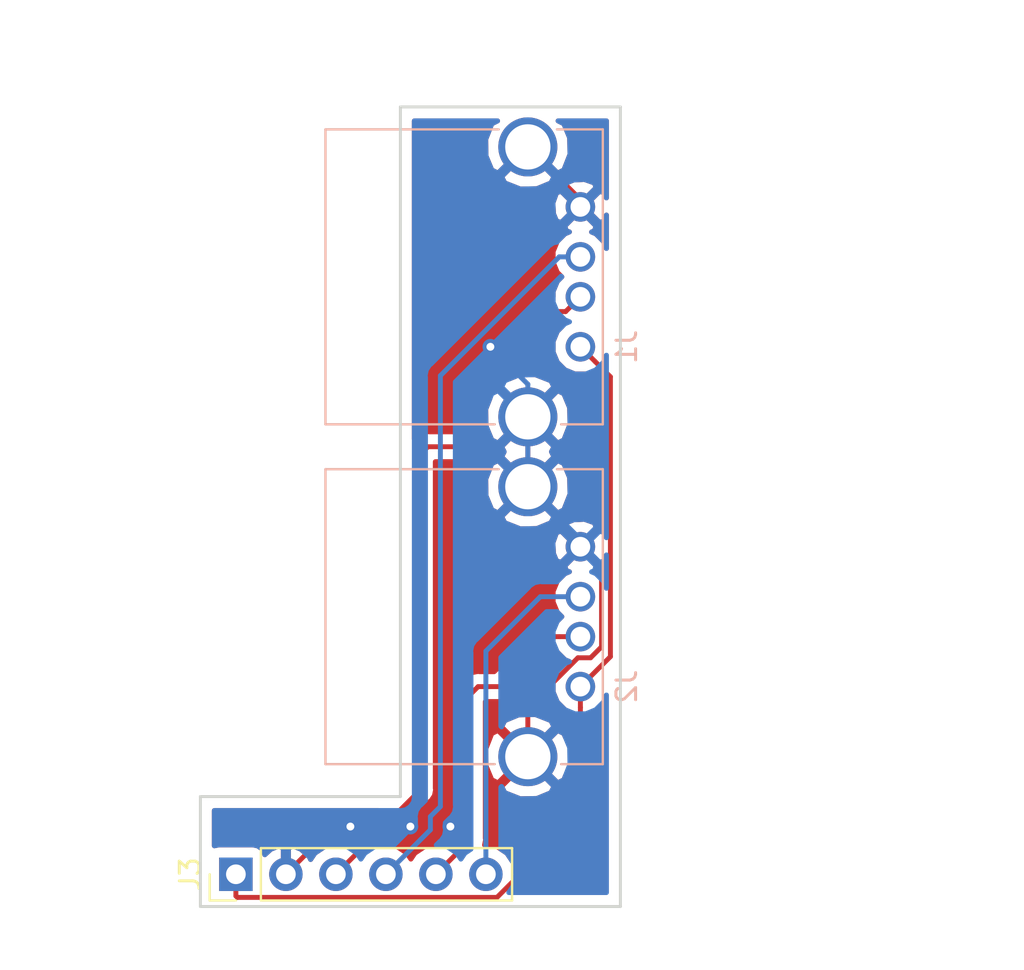
<source format=kicad_pcb>
(kicad_pcb (version 20171130) (host pcbnew "(5.0.0)")
  (layers (0 F.Cu signal) (31 B.Cu signal) (34 B.Paste user) (35 F.Paste user) (36 B.SilkS user) (37 F.SilkS user) (38 B.Mask user) (39 F.Mask user) (44 Edge.Cuts user))
  (net 0 "")
  (net 1 GND)
  (net 2 +5V)
  (net 3 USB1_DM)
  (net 4 USB1_DP)
  (net 5 USB2_DP)
  (net 6 USB2_DM)
  (module Pin_Headers:Pin_Header_Straight_1x06_Pitch2.54mm (layer F.Cu) (at 229.8954 164.4777 90)
    (fp_text reference J3 (at 0 -2.33 90) (layer F.SilkS))
    (fp_text value OrangePiCon)
    (fp_line (start -1.33 -1.33) (end 0 -1.33) (layer F.SilkS) (width 0.12))
    (fp_line (start -1.33 0) (end -1.33 -1.33) (layer F.SilkS) (width 0.12))
    (fp_line (start -1.33 1.27) (end 1.33 1.27) (layer F.SilkS) (width 0.12))
    (fp_line (start 1.33 1.27) (end 1.33 14.03) (layer F.SilkS) (width 0.12))
    (fp_line (start -1.33 1.27) (end -1.33 14.03) (layer F.SilkS) (width 0.12))
    (fp_line (start -1.33 14.03) (end 1.33 14.03) (layer F.SilkS) (width 0.12))
    (pad 6 thru_hole oval (at 0 12.7 90) (size 1.7 1.7) (drill 1) (layers *.Cu *.Mask) (net 5 USB2_DP))
    (pad 5 thru_hole oval (at 0 10.16 90) (size 1.7 1.7) (drill 1) (layers *.Cu *.Mask) (net 6 USB2_DM))
    (pad 4 thru_hole oval (at 0 7.62 90) (size 1.7 1.7) (drill 1) (layers *.Cu *.Mask) (net 4 USB1_DP))
    (pad 3 thru_hole oval (at 0 5.08 90) (size 1.7 1.7) (drill 1) (layers *.Cu *.Mask) (net 3 USB1_DM))
    (pad 2 thru_hole oval (at 0 2.54 90) (size 1.7 1.7) (drill 1) (layers *.Cu *.Mask) (net 1 GND))
    (pad 1 thru_hole rect (at 0 0 90) (size 1.7 1.7) (drill 1) (layers *.Cu *.Mask) (net 2 +5V))
  )
  (module ucan_custom:UCCB_outline (layer B.Cu) (at 247.396 137.668 90)
    (fp_text reference J1 (at 0 2.35 90) (layer B.SilkS) (effects (justify mirror)))
    (fp_text value USB_A)
    (fp_line (start 11.05 1.14) (end 11.05 -1.19) (layer B.SilkS) (width 0.12))
    (fp_line (start -3.94 1.14) (end -3.94 -0.98) (layer B.SilkS) (width 0.12))
    (fp_line (start 11.05 1.14) (end -3.94 1.14) (layer B.SilkS) (width 0.12))
    (fp_line (start 11.05 -12.95) (end -3.94 -12.95) (layer B.SilkS) (width 0.12))
    (fp_line (start 11.05 -4.15) (end 11.05 -12.95) (layer B.SilkS) (width 0.12))
    (fp_line (start -3.94 -4.35) (end -3.94 -12.95) (layer B.SilkS) (width 0.12))
    (pad 4 thru_hole circle (at 7.11 0 180) (size 1.5 1.5) (drill 1) (layers *.Cu *.Mask) (net 1 GND))
    (pad 3 thru_hole circle (at 4.57 0 180) (size 1.5 1.5) (drill 1) (layers *.Cu *.Mask) (net 4 USB1_DP))
    (pad 2 thru_hole circle (at 2.54 0 180) (size 1.5 1.5) (drill 1) (layers *.Cu *.Mask) (net 3 USB1_DM))
    (pad 1 thru_hole circle (at 0 0 180) (size 1.5 1.5) (drill 1) (layers *.Cu *.Mask) (net 2 +5V))
    (pad 5 thru_hole circle (at 10.16 -2.67 180) (size 3 3) (drill 2.3) (layers *.Cu *.Mask) (net 1 GND))
    (pad 5 thru_hole circle (at -3.56 -2.67 180) (size 3 3) (drill 2.3) (layers *.Cu *.Mask) (net 1 GND))
  )
  (module ucan_custom:UCCB_outline (layer B.Cu) (at 247.396 154.94 90)
    (fp_text reference J2 (at 0 2.35 90) (layer B.SilkS) (effects (justify mirror)))
    (fp_text value USB_A)
    (fp_line (start -3.94 -4.35) (end -3.94 -12.95) (layer B.SilkS) (width 0.12))
    (fp_line (start 11.05 -4.15) (end 11.05 -12.95) (layer B.SilkS) (width 0.12))
    (fp_line (start 11.05 -12.95) (end -3.94 -12.95) (layer B.SilkS) (width 0.12))
    (fp_line (start 11.05 1.14) (end -3.94 1.14) (layer B.SilkS) (width 0.12))
    (fp_line (start -3.94 1.14) (end -3.94 -0.98) (layer B.SilkS) (width 0.12))
    (fp_line (start 11.05 1.14) (end 11.05 -1.19) (layer B.SilkS) (width 0.12))
    (pad 5 thru_hole circle (at -3.56 -2.67 180) (size 3 3) (drill 2.3) (layers *.Cu *.Mask) (net 1 GND))
    (pad 5 thru_hole circle (at 10.16 -2.67 180) (size 3 3) (drill 2.3) (layers *.Cu *.Mask) (net 1 GND))
    (pad 1 thru_hole circle (at 0 0 180) (size 1.5 1.5) (drill 1) (layers *.Cu *.Mask) (net 2 +5V))
    (pad 2 thru_hole circle (at 2.54 0 180) (size 1.5 1.5) (drill 1) (layers *.Cu *.Mask) (net 6 USB2_DM))
    (pad 3 thru_hole circle (at 4.57 0 180) (size 1.5 1.5) (drill 1) (layers *.Cu *.Mask) (net 5 USB2_DP))
    (pad 4 thru_hole circle (at 7.11 0 180) (size 1.5 1.5) (drill 1) (layers *.Cu *.Mask) (net 1 GND))
  )
  (gr_line (start 249.428 166.116) (end 228.092 166.116) (layer Edge.Cuts) (width 0.15))
  (gr_line (start 249.428 125.476) (end 249.428 166.116) (layer Edge.Cuts) (width 0.15))
  (gr_line (start 238.252 125.476) (end 249.428 125.476) (layer Edge.Cuts) (width 0.15))
  (gr_line (start 238.252 160.528) (end 238.252 125.476) (layer Edge.Cuts) (width 0.15))
  (gr_line (start 228.092 160.528) (end 238.252 160.528) (layer Edge.Cuts) (width 0.15))
  (gr_line (start 228.092 166.116) (end 228.092 160.528) (layer Edge.Cuts) (width 0.15))
  (segment (start 244.726 141.228) (end 244.726 144.78) (width 0.25) (layer F.Cu) (net 1))
  (segment (start 247.396 130.178) (end 247.396 130.558) (width 0.25) (layer F.Cu) (net 1))
  (segment (start 244.726 127.508) (end 247.396 130.178) (width 0.25) (layer F.Cu) (net 1))
  (segment (start 243.226001 129.007999) (end 243.226001 135.022001) (width 0.25) (layer F.Cu) (net 1))
  (segment (start 244.726 127.508) (end 243.226001 129.007999) (width 0.25) (layer F.Cu) (net 1))
  (via (at 242.824 137.668) (size 0.8) (drill 0.4) (layers F.Cu B.Cu) (net 1))
  (segment (start 243.226001 135.022001) (end 243.226001 137.265999) (width 0.25) (layer F.Cu) (net 1))
  (segment (start 243.226001 137.265999) (end 242.824 137.668) (width 0.25) (layer F.Cu) (net 1))
  (segment (start 244.726 139.57) (end 244.726 141.228) (width 0.25) (layer B.Cu) (net 1))
  (segment (start 242.824 137.668) (end 244.726 139.57) (width 0.25) (layer B.Cu) (net 1))
  (segment (start 244.726 141.228) (end 244.726 144.78) (width 0.25) (layer B.Cu) (net 1))
  (segment (start 247.396 147.45) (end 247.396 147.83) (width 0.25) (layer B.Cu) (net 1))
  (segment (start 244.726 144.78) (end 247.396 147.45) (width 0.25) (layer B.Cu) (net 1))
  (segment (start 232.4354 164.4777) (end 234.8611 162.052) (width 0.25) (layer F.Cu) (net 1))
  (segment (start 234.8611 162.052) (end 235.712 162.052) (width 0.25) (layer F.Cu) (net 1))
  (via (at 235.712 162.052) (size 0.8) (drill 0.4) (layers F.Cu B.Cu) (net 1))
  (segment (start 235.712 162.052) (end 238.76 162.052) (width 0.25) (layer B.Cu) (net 1))
  (via (at 238.76 162.052) (size 0.8) (drill 0.4) (layers F.Cu B.Cu) (net 1))
  (segment (start 238.76 162.052) (end 240.792 162.052) (width 0.25) (layer F.Cu) (net 1))
  (via (at 240.792 162.052) (size 0.8) (drill 0.4) (layers F.Cu B.Cu) (net 1))
  (segment (start 240.792 148.714) (end 244.726 144.78) (width 0.25) (layer F.Cu) (net 1))
  (segment (start 240.792 162.052) (end 240.792 148.714) (width 0.25) (layer F.Cu) (net 1))
  (segment (start 248.471001 148.905001) (end 248.471001 152.916001) (width 0.25) (layer F.Cu) (net 1))
  (segment (start 247.396 147.83) (end 248.471001 148.905001) (width 0.25) (layer F.Cu) (net 1))
  (segment (start 248.471001 152.916001) (end 247.912001 153.475001) (width 0.25) (layer F.Cu) (net 1))
  (segment (start 244.726 156.37868) (end 244.726 158.5) (width 0.25) (layer F.Cu) (net 1))
  (segment (start 247.912001 153.475001) (end 247.269997 153.475001) (width 0.25) (layer F.Cu) (net 1))
  (segment (start 247.269997 153.475001) (end 244.726 156.018998) (width 0.25) (layer F.Cu) (net 1))
  (segment (start 244.726 156.018998) (end 244.726 156.37868) (width 0.25) (layer F.Cu) (net 1))
  (segment (start 247.396 156.00066) (end 247.396 154.94) (width 0.25) (layer F.Cu) (net 2))
  (segment (start 247.396 161.416102) (end 247.396 156.00066) (width 0.25) (layer F.Cu) (net 2))
  (segment (start 243.159401 165.652701) (end 247.396 161.416102) (width 0.25) (layer F.Cu) (net 2))
  (segment (start 229.970401 165.652701) (end 243.159401 165.652701) (width 0.25) (layer F.Cu) (net 2))
  (segment (start 229.8954 164.4777) (end 229.8954 165.5777) (width 0.25) (layer F.Cu) (net 2))
  (segment (start 229.8954 165.5777) (end 229.970401 165.652701) (width 0.25) (layer F.Cu) (net 2))
  (segment (start 248.145999 138.417999) (end 247.396 137.668) (width 0.25) (layer F.Cu) (net 2))
  (segment (start 247.396 154.94) (end 248.921012 153.414988) (width 0.25) (layer F.Cu) (net 2))
  (segment (start 248.921012 139.193012) (end 248.145999 138.417999) (width 0.25) (layer F.Cu) (net 2))
  (segment (start 248.921012 153.414988) (end 248.921012 139.193012) (width 0.25) (layer F.Cu) (net 2))
  (segment (start 234.9754 164.4777) (end 239.268 160.1851) (width 0.25) (layer F.Cu) (net 3))
  (segment (start 246.138001 135.877999) (end 246.646001 135.877999) (width 0.25) (layer F.Cu) (net 3))
  (segment (start 246.646001 135.877999) (end 247.396 135.128) (width 0.25) (layer F.Cu) (net 3))
  (segment (start 241.808 140.208) (end 246.138001 135.877999) (width 0.25) (layer F.Cu) (net 3))
  (segment (start 241.3508 142.7353) (end 241.808 142.2781) (width 0.25) (layer F.Cu) (net 3))
  (segment (start 241.3508 142.748) (end 241.3508 142.7353) (width 0.25) (layer F.Cu) (net 3))
  (segment (start 241.808 142.2781) (end 241.808 140.208) (width 0.25) (layer F.Cu) (net 3))
  (segment (start 239.268 143.129) (end 239.649 142.748) (width 0.25) (layer F.Cu) (net 3))
  (segment (start 239.268 143.2814) (end 239.268 143.129) (width 0.25) (layer F.Cu) (net 3))
  (segment (start 239.649 142.748) (end 241.3508 142.748) (width 0.25) (layer F.Cu) (net 3))
  (segment (start 239.268 160.1851) (end 239.268 143.2814) (width 0.25) (layer F.Cu) (net 3))
  (segment (start 246.33534 133.098) (end 247.396 133.098) (width 0.25) (layer B.Cu) (net 4))
  (segment (start 239.776 162.2171) (end 239.776 161.544) (width 0.25) (layer B.Cu) (net 4))
  (segment (start 239.776 161.544) (end 240.284 161.036) (width 0.25) (layer B.Cu) (net 4))
  (segment (start 240.284 161.036) (end 240.284 139.134998) (width 0.25) (layer B.Cu) (net 4))
  (segment (start 237.5154 164.4777) (end 239.776 162.2171) (width 0.25) (layer B.Cu) (net 4))
  (segment (start 240.284 139.134998) (end 246.320998 133.098) (width 0.25) (layer B.Cu) (net 4))
  (segment (start 246.320998 133.098) (end 246.33534 133.098) (width 0.25) (layer B.Cu) (net 4))
  (segment (start 245.362 150.37) (end 247.396 150.37) (width 0.25) (layer B.Cu) (net 5))
  (segment (start 242.5954 164.4777) (end 242.5954 153.1366) (width 0.25) (layer B.Cu) (net 5))
  (segment (start 242.5954 153.1366) (end 245.362 150.37) (width 0.25) (layer B.Cu) (net 5))
  (segment (start 246.33534 152.4) (end 247.396 152.4) (width 0.25) (layer F.Cu) (net 6))
  (segment (start 245.872 152.4) (end 246.33534 152.4) (width 0.25) (layer F.Cu) (net 6))
  (segment (start 243.332 154.94) (end 245.872 152.4) (width 0.25) (layer F.Cu) (net 6))
  (segment (start 240.0554 164.4777) (end 241.808 162.7251) (width 0.25) (layer F.Cu) (net 6))
  (segment (start 241.808 155.3337) (end 242.2017 154.94) (width 0.25) (layer F.Cu) (net 6))
  (segment (start 241.808 155.3972) (end 241.808 155.3337) (width 0.25) (layer F.Cu) (net 6))
  (segment (start 242.2017 154.94) (end 243.332 154.94) (width 0.25) (layer F.Cu) (net 6))
  (segment (start 241.808 162.7251) (end 241.808 155.3972) (width 0.25) (layer F.Cu) (net 6))
  (zone (net 1) (net_name GND) (layer F.Cu) (connect_pads (clearance 0.508)) (min_thickness 0.254) (fill yes (arc_segments 16) (thermal_gap 0.508) (thermal_bridge_width 0.508))
    (polygon (pts (xy 228.092 160.528) (xy 228.092 166.116) (xy 249.428 166.116) (xy 249.428 125.476) (xy 238.252 125.476) (xy 238.252 160.528)))
  )
  (zone (net 1) (net_name GND) (layer B.Cu) (connect_pads (clearance 0.508)) (min_thickness 0.254) (fill yes (arc_segments 16) (thermal_gap 0.508) (thermal_bridge_width 0.508))
    (polygon (pts (xy 228.092 160.528) (xy 228.092 166.116) (xy 249.428 166.116) (xy 249.428 125.476) (xy 238.252 125.476) (xy 238.252 160.528)))
  )
)
</source>
